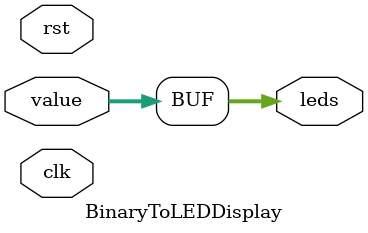
<source format=v>
`timescale 1ns / 1ps


module BinaryToLEDDisplay(
	input wire  clk,
	input wire  rst,
	input wire  [15:0] value,
	output wire [15:0] leds
);

assign leds = value;

//always @(posedge clk or posedge rst) begin
//	if (rst) begin
////		leds = 0;
//	end
//end

endmodule

</source>
